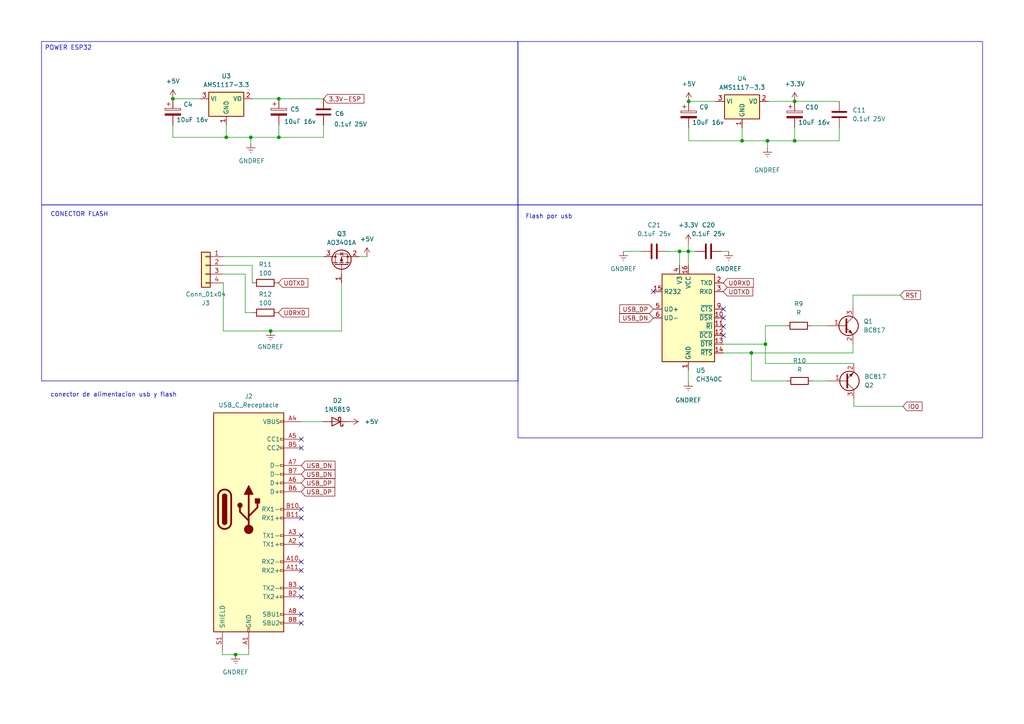
<source format=kicad_sch>
(kicad_sch (version 20230121) (generator eeschema)
  (paper "A4")
  (lib_symbols
    (symbol "Connector:USB_C_Receptacle" (pin_names (offset 1.016))
      (property "Reference" "J" (at -10.16 29.21 0))
      (property "Value" "USB_C_Receptacle" (at 10.16 29.21 0))
      (symbol "USB_C_Receptacle_0_0"
        (rectangle (start -0.254 -35.56) (end 0.254 -34.544))
        (rectangle (start 10.16 -32.766) (end 9.144 -33.274))
        (rectangle (start 10.16 -30.226) (end 9.144 -30.734))
        (rectangle (start 10.16 -25.146) (end 9.144 -25.654))
        (rectangle (start 10.16 -22.606) (end 9.144 -23.114))
        (rectangle (start 10.16 -17.526) (end 9.144 -18.034))
        (rectangle (start 10.16 -14.986) (end 9.144 -15.494))
        (rectangle (start 10.16 -9.906) (end 9.144 -10.414))
        (rectangle (start 10.16 -7.366) (end 9.144 -7.874))
        (rectangle (start 10.16 -2.286) (end 9.144 -2.794))
        (rectangle (start 10.16 0.254) (end 9.144 -0.254))
        (rectangle (start 10.16 5.334) (end 9.144 4.826))
        (rectangle (start 10.16 7.874) (end 9.144 7.366))
        (rectangle (start 10.16 10.414) (end 9.144 9.906))
        (rectangle (start 10.16 12.954) (end 9.144 12.446))
        (rectangle (start 10.16 18.034) (end 9.144 17.526))
        (rectangle (start 10.16 20.574) (end 9.144 20.066))
        (rectangle (start 10.16 25.654) (end 9.144 25.146))
      )
      (symbol "USB_C_Receptacle_0_1"
        (rectangle (start -10.16 27.94) (end 10.16 -35.56) (stroke (width 0.254)) (fill (type background)))
        (arc (start -8.89 -3.81) (mid -6.985 -5.7067) (end -5.08 -3.81) (stroke (width 0.508)))
        (arc (start -7.62 -3.81) (mid -6.985 -4.4423) (end -6.35 -3.81) (stroke (width 0.254)))
        (arc (start -7.62 -3.81) (mid -6.985 -4.4423) (end -6.35 -3.81) (stroke (width 0.254)) (fill (type outline)))
        (rectangle (start -7.62 -3.81) (end -6.35 3.81) (stroke (width 0.254)) (fill (type outline)))
        (arc (start -6.35 3.81) (mid -6.985 4.4423) (end -7.62 3.81) (stroke (width 0.254)))
        (arc (start -6.35 3.81) (mid -6.985 4.4423) (end -7.62 3.81) (stroke (width 0.254)) (fill (type outline)))
        (arc (start -5.08 3.81) (mid -6.985 5.7067) (end -8.89 3.81) (stroke (width 0.508)))
        (polyline (pts (xy -8.89 -3.81) (xy -8.89 3.81)) (stroke (width 0.508)))
        (polyline (pts (xy -5.08 3.81) (xy -5.08 -3.81)) (stroke (width 0.508)))
      )
      (symbol "USB_C_Receptacle_1_1"
        (circle (center -2.54 1.143) (radius 0.635) (stroke (width 0.254)) (fill (type outline)))
        (circle (center 0 -5.842) (radius 1.27) (fill (type outline)))
        (polyline (pts (xy 0 -5.842) (xy 0 4.318)) (stroke (width 0.508)))
        (polyline (pts (xy 0 -3.302) (xy -2.54 -0.762) (xy -2.54 0.508)) (stroke (width 0.508)))
        (polyline (pts (xy 0 -2.032) (xy 2.54 0.508) (xy 2.54 1.778)) (stroke (width 0.508)))
        (polyline (pts (xy -1.27 4.318) (xy 0 6.858) (xy 1.27 4.318) (xy -1.27 4.318)) (stroke (width 0.254)) (fill (type outline)))
        (rectangle (start 1.905 1.778) (end 3.175 3.048) (stroke (width 0.254)) (fill (type outline)))
        (pin passive line (at 0 -40.64 90) (length 5.08) (name "GND") (number "A1"))
        (pin bidirectional line (at 15.24 -15.24 180) (length 5.08) (name "RX2-") (number "A10"))
        (pin bidirectional line (at 15.24 -17.78 180) (length 5.08) (name "RX2+") (number "A11"))
        (pin passive line (at 0 -40.64 90) (length 5.08) hide (name "GND") (number "A12"))
        (pin bidirectional line (at 15.24 -10.16 180) (length 5.08) (name "TX1+") (number "A2"))
        (pin bidirectional line (at 15.24 -7.62 180) (length 5.08) (name "TX1-") (number "A3"))
        (pin passive line (at 15.24 25.4 180) (length 5.08) (name "VBUS") (number "A4"))
        (pin bidirectional line (at 15.24 20.32 180) (length 5.08) (name "CC1") (number "A5"))
        (pin bidirectional line (at 15.24 7.62 180) (length 5.08) (name "D+") (number "A6"))
        (pin bidirectional line (at 15.24 12.7 180) (length 5.08) (name "D-") (number "A7"))
        (pin bidirectional line (at 15.24 -30.48 180) (length 5.08) (name "SBU1") (number "A8"))
        (pin passive line (at 15.24 25.4 180) (length 5.08) hide (name "VBUS") (number "A9"))
        (pin passive line (at 0 -40.64 90) (length 5.08) hide (name "GND") (number "B1"))
        (pin bidirectional line (at 15.24 0 180) (length 5.08) (name "RX1-") (number "B10"))
        (pin bidirectional line (at 15.24 -2.54 180) (length 5.08) (name "RX1+") (number "B11"))
        (pin passive line (at 0 -40.64 90) (length 5.08) hide (name "GND") (number "B12"))
        (pin bidirectional line (at 15.24 -25.4 180) (length 5.08) (name "TX2+") (number "B2"))
        (pin bidirectional line (at 15.24 -22.86 180) (length 5.08) (name "TX2-") (number "B3"))
        (pin passive line (at 15.24 25.4 180) (length 5.08) hide (name "VBUS") (number "B4"))
        (pin bidirectional line (at 15.24 17.78 180) (length 5.08) (name "CC2") (number "B5"))
        (pin bidirectional line (at 15.24 5.08 180) (length 5.08) (name "D+") (number "B6"))
        (pin bidirectional line (at 15.24 10.16 180) (length 5.08) (name "D-") (number "B7"))
        (pin bidirectional line (at 15.24 -33.02 180) (length 5.08) (name "SBU2") (number "B8"))
        (pin passive line (at 15.24 25.4 180) (length 5.08) hide (name "VBUS") (number "B9"))
        (pin passive line (at -7.62 -40.64 90) (length 5.08) (name "SHIELD") (number "S1"))
      )
    )
    (symbol "Connector_Generic:Conn_01x04" (pin_names (offset 1.016) hide)
      (property "Reference" "J" (at 0 5.08 0))
      (property "Value" "Conn_01x04" (at 0 -7.62 0))
      (symbol "Conn_01x04_1_1"
        (rectangle (start -1.27 -4.953) (end 0 -5.207) (stroke (width 0.1524)))
        (rectangle (start -1.27 -2.413) (end 0 -2.667) (stroke (width 0.1524)))
        (rectangle (start -1.27 0.127) (end 0 -0.127) (stroke (width 0.1524)))
        (rectangle (start -1.27 2.667) (end 0 2.413) (stroke (width 0.1524)))
        (rectangle (start -1.27 3.81) (end 1.27 -6.35) (stroke (width 0.254)) (fill (type background)))
        (pin passive line (at -5.08 2.54 0) (length 3.81) (name "Pin_1") (number "1"))
        (pin passive line (at -5.08 0 0) (length 3.81) (name "Pin_2") (number "2"))
        (pin passive line (at -5.08 -2.54 0) (length 3.81) (name "Pin_3") (number "3"))
        (pin passive line (at -5.08 -5.08 0) (length 3.81) (name "Pin_4") (number "4"))
      )
    )
    (symbol "Device:C" (pin_numbers hide) (pin_names (offset 0.254))
      (property "Reference" "C" (at 0.635 2.54 0))
      (property "Value" "C" (at 0.635 -2.54 0))
      (symbol "C_0_1"
        (polyline (pts (xy -2.032 -0.762) (xy 2.032 -0.762)) (stroke (width 0.508)))
        (polyline (pts (xy -2.032 0.762) (xy 2.032 0.762)) (stroke (width 0.508)))
      )
      (symbol "C_1_1"
        (pin passive line (at 0 3.81 270) (length 2.794) (name "~") (number "1"))
        (pin passive line (at 0 -3.81 90) (length 2.794) (name "~") (number "2"))
      )
    )
    (symbol "Device:C_Polarized" (pin_numbers hide) (pin_names (offset 0.254))
      (property "Reference" "C" (at 0.635 2.54 0))
      (property "Value" "C_Polarized" (at 0.635 -2.54 0))
      (symbol "C_Polarized_0_1"
        (rectangle (start -2.286 0.508) (end 2.286 1.016))
        (polyline (pts (xy -1.778 2.286) (xy -0.762 2.286)))
        (polyline (pts (xy -1.27 2.794) (xy -1.27 1.778)))
        (rectangle (start 2.286 -0.508) (end -2.286 -1.016) (fill (type outline)))
      )
      (symbol "C_Polarized_1_1"
        (pin passive line (at 0 3.81 270) (length 2.794) (name "~") (number "1"))
        (pin passive line (at 0 -3.81 90) (length 2.794) (name "~") (number "2"))
      )
    )
    (symbol "Device:R" (pin_numbers hide) (pin_names (offset 0))
      (property "Reference" "R" (at 2.032 0 90))
      (property "Value" "R" (at 0 0 90))
      (symbol "R_0_1"
        (rectangle (start -1.016 -2.54) (end 1.016 2.54) (stroke (width 0.254)))
      )
      (symbol "R_1_1"
        (pin passive line (at 0 3.81 270) (length 1.27) (name "~") (number "1"))
        (pin passive line (at 0 -3.81 90) (length 1.27) (name "~") (number "2"))
      )
    )
    (symbol "Diode:1N5819" (pin_numbers hide) (pin_names (offset 1.016) hide)
      (property "Reference" "D" (at 0 2.54 0))
      (property "Value" "1N5819" (at 0 -2.54 0))
      (symbol "1N5819_0_1"
        (polyline (pts (xy 1.27 0) (xy -1.27 0)))
        (polyline (pts (xy 1.27 1.27) (xy 1.27 -1.27) (xy -1.27 0) (xy 1.27 1.27)) (stroke (width 0.254)))
        (polyline (pts (xy -1.905 0.635) (xy -1.905 1.27) (xy -1.27 1.27) (xy -1.27 -1.27) (xy -0.635 -1.27) (xy -0.635 -0.635)) (stroke (width 0.254)))
      )
      (symbol "1N5819_1_1"
        (pin passive line (at -3.81 0 0) (length 2.54) (name "K") (number "1"))
        (pin passive line (at 3.81 0 180) (length 2.54) (name "A") (number "2"))
      )
    )
    (symbol "Interface_USB:CH340C"
      (property "Reference" "U" (at -5.08 13.97 0))
      (property "Value" "CH340C" (at 1.27 13.97 0))
      (symbol "CH340C_0_1"
        (rectangle (start -7.62 12.7) (end 7.62 -12.7) (stroke (width 0.254)) (fill (type background)))
      )
      (symbol "CH340C_1_1"
        (pin power_in line (at 0 -15.24 90) (length 2.54) (name "GND") (number "1"))
        (pin input line (at 10.16 0 180) (length 2.54) (name "~{DSR}") (number "10"))
        (pin input line (at 10.16 -2.54 180) (length 2.54) (name "~{RI}") (number "11"))
        (pin input line (at 10.16 -5.08 180) (length 2.54) (name "~{DCD}") (number "12"))
        (pin output line (at 10.16 -7.62 180) (length 2.54) (name "~{DTR}") (number "13"))
        (pin output line (at 10.16 -10.16 180) (length 2.54) (name "~{RTS}") (number "14"))
        (pin input line (at -10.16 7.62 0) (length 2.54) (name "R232") (number "15"))
        (pin power_in line (at 0 15.24 270) (length 2.54) (name "VCC") (number "16"))
        (pin output line (at 10.16 10.16 180) (length 2.54) (name "TXD") (number "2"))
        (pin input line (at 10.16 7.62 180) (length 2.54) (name "RXD") (number "3"))
        (pin passive line (at -2.54 15.24 270) (length 2.54) (name "V3") (number "4"))
        (pin bidirectional line (at -10.16 2.54 0) (length 2.54) (name "UD+") (number "5"))
        (pin bidirectional line (at -10.16 0 0) (length 2.54) (name "UD-") (number "6"))
        (pin no_connect line (at -7.62 -7.62 0) (length 2.54) hide (name "NC") (number "7"))
        (pin no_connect line (at -7.62 -10.16 0) (length 2.54) hide (name "NC") (number "8"))
        (pin input line (at 10.16 2.54 180) (length 2.54) (name "~{CTS}") (number "9"))
      )
    )
    (symbol "Regulator_Linear:AMS1117-3.3"
      (property "Reference" "U" (at -3.81 3.175 0))
      (property "Value" "AMS1117-3.3" (at 0 3.175 0))
      (symbol "AMS1117-3.3_0_1"
        (rectangle (start -5.08 -5.08) (end 5.08 1.905) (stroke (width 0.254)) (fill (type background)))
      )
      (symbol "AMS1117-3.3_1_1"
        (pin power_in line (at 0 -7.62 90) (length 2.54) (name "GND") (number "1"))
        (pin power_out line (at 7.62 0 180) (length 2.54) (name "VO") (number "2"))
        (pin power_in line (at -7.62 0 0) (length 2.54) (name "VI") (number "3"))
      )
    )
    (symbol "Transistor_BJT:BC817" (pin_names (offset 0) hide)
      (property "Reference" "Q" (at 5.08 1.905 0))
      (property "Value" "BC817" (at 5.08 0 0))
      (symbol "BC817_0_1"
        (polyline (pts (xy 0.635 0.635) (xy 2.54 2.54)))
        (polyline (pts (xy 0.635 -0.635) (xy 2.54 -2.54) (xy 2.54 -2.54)))
        (polyline (pts (xy 0.635 1.905) (xy 0.635 -1.905) (xy 0.635 -1.905)) (stroke (width 0.508)))
        (polyline (pts (xy 1.27 -1.778) (xy 1.778 -1.27) (xy 2.286 -2.286) (xy 1.27 -1.778) (xy 1.27 -1.778)) (fill (type outline)))
        (circle (center 1.27 0) (radius 2.8194) (stroke (width 0.254)))
      )
      (symbol "BC817_1_1"
        (pin input line (at -5.08 0 0) (length 5.715) (name "B") (number "1"))
        (pin passive line (at 2.54 -5.08 90) (length 2.54) (name "E") (number "2"))
        (pin passive line (at 2.54 5.08 270) (length 2.54) (name "C") (number "3"))
      )
    )
    (symbol "Transistor_FET:AO3401A" (pin_names hide)
      (property "Reference" "Q" (at 5.08 1.905 0))
      (property "Value" "AO3401A" (at 5.08 0 0))
      (symbol "AO3401A_0_1"
        (polyline (pts (xy 0.254 0) (xy -2.54 0)))
        (polyline (pts (xy 0.254 1.905) (xy 0.254 -1.905)) (stroke (width 0.254)))
        (polyline (pts (xy 0.762 -1.27) (xy 0.762 -2.286)) (stroke (width 0.254)))
        (polyline (pts (xy 0.762 0.508) (xy 0.762 -0.508)) (stroke (width 0.254)))
        (polyline (pts (xy 0.762 2.286) (xy 0.762 1.27)) (stroke (width 0.254)))
        (polyline (pts (xy 2.54 2.54) (xy 2.54 1.778)))
        (polyline (pts (xy 2.54 -2.54) (xy 2.54 0) (xy 0.762 0)))
        (polyline (pts (xy 0.762 1.778) (xy 3.302 1.778) (xy 3.302 -1.778) (xy 0.762 -1.778)))
        (polyline (pts (xy 2.286 0) (xy 1.27 0.381) (xy 1.27 -0.381) (xy 2.286 0)) (fill (type outline)))
        (polyline (pts (xy 2.794 -0.508) (xy 2.921 -0.381) (xy 3.683 -0.381) (xy 3.81 -0.254)))
        (polyline (pts (xy 3.302 -0.381) (xy 2.921 0.254) (xy 3.683 0.254) (xy 3.302 -0.381)))
        (circle (center 1.651 0) (radius 2.794) (stroke (width 0.254)))
        (circle (center 2.54 -1.778) (radius 0.254) (fill (type outline)))
        (circle (center 2.54 1.778) (radius 0.254) (fill (type outline)))
      )
      (symbol "AO3401A_1_1"
        (pin input line (at -5.08 0 0) (length 2.54) (name "G") (number "1"))
        (pin passive line (at 2.54 -5.08 90) (length 2.54) (name "S") (number "2"))
        (pin passive line (at 2.54 5.08 270) (length 2.54) (name "D") (number "3"))
      )
    )
    (symbol "power:+3.3V" (power) (pin_names (offset 0))
      (property "Value" "+3.3V" (at 0 3.556 0))
      (symbol "+3.3V_0_1"
        (polyline (pts (xy -0.762 1.27) (xy 0 2.54)))
        (polyline (pts (xy 0 0) (xy 0 2.54)))
        (polyline (pts (xy 0 2.54) (xy 0.762 1.27)))
      )
      (symbol "+3.3V_1_1"
        (pin power_in line (at 0 0 90) (length 0) hide (name "+3.3V") (number "1"))
      )
    )
    (symbol "power:+5V" (power) (pin_names (offset 0))
      (property "Value" "+5V" (at 0 3.556 0))
      (symbol "+5V_0_1"
        (polyline (pts (xy -0.762 1.27) (xy 0 2.54)))
        (polyline (pts (xy 0 0) (xy 0 2.54)))
        (polyline (pts (xy 0 2.54) (xy 0.762 1.27)))
      )
      (symbol "+5V_1_1"
        (pin power_in line (at 0 0 90) (length 0) hide (name "+5V") (number "1"))
      )
    )
    (symbol "power:GNDREF" (power) (pin_names (offset 0))
      (property "Value" "GNDREF" (at 0 -3.81 0))
      (symbol "GNDREF_0_1"
        (polyline (pts (xy -0.635 -1.905) (xy 0.635 -1.905)))
        (polyline (pts (xy -0.127 -2.54) (xy 0.127 -2.54)))
        (polyline (pts (xy 0 -1.27) (xy 0 0)))
        (polyline (pts (xy 1.27 -1.27) (xy -1.27 -1.27)))
      )
      (symbol "GNDREF_1_1"
        (pin power_in line (at 0 0 270) (length 0) hide (name "GNDREF") (number "1"))
      )
    )
  )
  (junction (at 197.104 72.898))
  (junction (at 199.644 72.898))
  (junction (at 65.6336 39.8272))
  (junction (at 217.932 102.362))
  (junction (at 68.326 189.865))
  (junction (at 215.2396 40.8432))
  (junction (at 199.7456 29.4132))
  (junction (at 230.4796 40.8432))
  (junction (at 80.8736 39.8272))
  (junction (at 221.996 99.822))
  (junction (at 78.486 96.012))
  (junction (at 50.1396 28.6512))
  (junction (at 230.4796 29.4132))
  (junction (at 80.8736 28.6512))
  (junction (at 72.7456 39.8272))
  (junction (at 222.6056 40.8432))
  (no_connect (at 87.376 180.721))
  (no_connect (at 87.376 155.321))
  (no_connect (at 189.484 84.582))
  (no_connect (at 87.376 129.921))
  (no_connect (at 87.376 178.181))
  (no_connect (at 87.376 127.381))
  (no_connect (at 209.804 92.202))
  (no_connect (at 87.376 165.481))
  (no_connect (at 87.376 170.561))
  (no_connect (at 87.376 147.701))
  (no_connect (at 209.804 94.742))
  (no_connect (at 209.804 97.282))
  (no_connect (at 87.376 150.241))
  (no_connect (at 87.376 173.101))
  (no_connect (at 209.804 89.662))
  (no_connect (at 87.376 162.941))
  (no_connect (at 87.376 157.861))
  (wire (pts (xy 230.4796 37.0332) (xy 230.4796 40.8432)))
  (wire (pts (xy 71.12 90.678) (xy 73.152 90.678)))
  (wire (pts (xy 243.4336 40.8432) (xy 243.4336 37.0332)))
  (wire (pts (xy 50.1396 39.8272) (xy 65.6336 39.8272)))
  (wire (pts (xy 247.65 117.856) (xy 261.874 117.856)))
  (wire (pts (xy 221.996 105.41) (xy 221.996 99.822)))
  (wire (pts (xy 217.932 102.362) (xy 217.932 110.49)))
  (wire (pts (xy 73.152 76.962) (xy 64.77 76.962)))
  (wire (pts (xy 215.2396 40.8432) (xy 222.6056 40.8432)))
  (wire (pts (xy 197.104 72.898) (xy 199.644 72.898)))
  (wire (pts (xy 50.1396 28.6512) (xy 58.0136 28.6512)))
  (wire (pts (xy 247.65 105.41) (xy 221.996 105.41)))
  (wire (pts (xy 65.6336 36.2712) (xy 65.6336 39.8272)))
  (wire (pts (xy 68.326 189.865) (xy 64.516 189.865)))
  (wire (pts (xy 230.4796 29.4132) (xy 243.4336 29.4132)))
  (wire (pts (xy 217.932 110.49) (xy 228.092 110.49)))
  (wire (pts (xy 222.8596 29.4132) (xy 230.4796 29.4132)))
  (wire (pts (xy 64.77 79.502) (xy 71.12 79.502)))
  (wire (pts (xy 72.7456 39.8272) (xy 80.8736 39.8272)))
  (wire (pts (xy 199.644 72.898) (xy 199.644 76.962)))
  (wire (pts (xy 87.376 122.301) (xy 93.726 122.301)))
  (wire (pts (xy 197.104 76.962) (xy 197.104 72.898)))
  (wire (pts (xy 235.458 94.488) (xy 239.776 94.488)))
  (wire (pts (xy 215.2396 37.0332) (xy 215.2396 40.8432)))
  (wire (pts (xy 199.7456 37.0332) (xy 199.7456 40.8432)))
  (wire (pts (xy 247.396 102.362) (xy 247.396 99.568)))
  (wire (pts (xy 65.6336 39.8272) (xy 72.7456 39.8272)))
  (wire (pts (xy 247.65 115.57) (xy 247.65 117.856)))
  (wire (pts (xy 199.644 107.442) (xy 199.644 110.744)))
  (wire (pts (xy 99.06 96.012) (xy 99.06 82.042)))
  (wire (pts (xy 247.396 89.408) (xy 247.396 85.598)))
  (wire (pts (xy 193.548 72.898) (xy 197.104 72.898)))
  (wire (pts (xy 209.804 99.822) (xy 221.996 99.822)))
  (wire (pts (xy 199.644 70.612) (xy 199.644 72.898)))
  (wire (pts (xy 221.996 94.488) (xy 227.838 94.488)))
  (wire (pts (xy 217.932 102.362) (xy 247.396 102.362)))
  (wire (pts (xy 73.2536 28.6512) (xy 80.8736 28.6512)))
  (wire (pts (xy 180.848 72.898) (xy 185.928 72.898)))
  (wire (pts (xy 222.6056 40.8432) (xy 222.6056 42.8752)))
  (wire (pts (xy 80.8736 28.6512) (xy 93.8276 28.6512)))
  (wire (pts (xy 104.14 74.422) (xy 106.426 74.422)))
  (wire (pts (xy 64.77 96.012) (xy 78.486 96.012)))
  (wire (pts (xy 64.516 188.341) (xy 64.516 189.865)))
  (wire (pts (xy 199.7456 29.4132) (xy 207.6196 29.4132)))
  (wire (pts (xy 80.8736 36.2712) (xy 80.8736 39.8272)))
  (wire (pts (xy 199.7456 40.8432) (xy 215.2396 40.8432)))
  (wire (pts (xy 64.77 82.042) (xy 64.77 96.012)))
  (wire (pts (xy 230.4796 40.8432) (xy 243.4336 40.8432)))
  (wire (pts (xy 221.996 99.822) (xy 221.996 94.488)))
  (wire (pts (xy 73.152 82.042) (xy 73.152 76.962)))
  (wire (pts (xy 222.6056 40.8432) (xy 230.4796 40.8432)))
  (wire (pts (xy 72.7456 39.8272) (xy 72.7456 41.6052)))
  (wire (pts (xy 199.644 72.898) (xy 201.676 72.898)))
  (wire (pts (xy 247.396 85.598) (xy 261.112 85.598)))
  (wire (pts (xy 71.12 79.502) (xy 71.12 90.678)))
  (wire (pts (xy 72.136 188.341) (xy 72.136 189.865)))
  (wire (pts (xy 235.712 110.49) (xy 240.03 110.49)))
  (wire (pts (xy 50.1396 36.2712) (xy 50.1396 39.8272)))
  (wire (pts (xy 209.804 102.362) (xy 217.932 102.362)))
  (wire (pts (xy 78.486 96.012) (xy 99.06 96.012)))
  (wire (pts (xy 72.136 189.865) (xy 68.326 189.865)))
  (wire (pts (xy 80.8736 39.8272) (xy 93.8276 39.8272)))
  (wire (pts (xy 209.296 72.898) (xy 211.328 72.898)))
  (wire (pts (xy 64.77 74.422) (xy 93.98 74.422)))
  (wire (pts (xy 93.8276 39.8272) (xy 93.8276 36.2712)))
  (rectangle (start 150.2156 12.0396) (end 284.988 59.3852))
  (rectangle (start 12.065 59.436) (end 150.241 110.49))
  (rectangle (start 150.241 59.436) (end 284.988 127))
  (text_box "POWER ESP32" (at 12.0396 12.0396 0) (size 138.176 47.3456) (effects (font (size 1.27 1.27)) (justify left top)))
  (text "CONECTOR FLASH" (at 14.605 62.992 0) (effects (font (size 1.27 1.27)) (justify left bottom)))
  (text "Flash por usb\n" (at 152.4 63.627 0) (effects (font (size 1.27 1.27)) (justify left bottom)))
  (text "conector de alimentacion usb y flash" (at 14.605 115.316 0) (effects (font (size 1.27 1.27)) (justify left bottom)))
  (global_label "USB_DP" (shape input) (at 87.376 142.621 0) (property "Intersheetrefs" "${INTERSHEET_REFS}" (effects hide)))
  (global_label "USB_DN" (shape input) (at 87.376 135.001 0) (property "Intersheetrefs" "${INTERSHEET_REFS}" (effects hide)))
  (global_label "IO0" (shape input) (at 261.874 117.856 0) (property "Intersheetrefs" "${INTERSHEET_REFS}" (effects hide)))
  (global_label "USB_DP" (shape input) (at 189.484 89.662 180) (property "Intersheetrefs" "${INTERSHEET_REFS}" (effects hide)))
  (global_label "USB_DN" (shape input) (at 189.484 92.202 180) (property "Intersheetrefs" "${INTERSHEET_REFS}" (effects hide)))
  (global_label "USB_DP" (shape input) (at 87.376 140.081 0) (property "Intersheetrefs" "${INTERSHEET_REFS}" (effects hide)))
  (global_label "U0RXD" (shape input) (at 80.772 90.678 0) (property "Intersheetrefs" "${INTERSHEET_REFS}" (effects hide)))
  (global_label "UOTXD" (shape input) (at 209.804 84.582 0) (property "Intersheetrefs" "${INTERSHEET_REFS}" (effects hide)))
  (global_label "RST" (shape input) (at 261.112 85.598 0) (property "Intersheetrefs" "${INTERSHEET_REFS}" (effects hide)))
  (global_label "U0RXD" (shape input) (at 209.804 82.042 0) (property "Intersheetrefs" "${INTERSHEET_REFS}" (effects hide)))
  (global_label "UOTXD" (shape input) (at 80.772 82.042 0) (property "Intersheetrefs" "${INTERSHEET_REFS}" (effects hide)))
  (global_label "USB_DN" (shape input) (at 87.376 137.541 0) (property "Intersheetrefs" "${INTERSHEET_REFS}" (effects hide)))
  (global_label "3.3V-ESP" (shape input) (at 93.8276 28.6512 0) (property "Intersheetrefs" "${INTERSHEET_REFS}" (effects hide)))
  (symbol (lib_id "power:+5V") (at 50.1396 28.6512 0) (unit 1)
    (property "Reference" "#PWR033" (effects hide))
    (property "Value" "+5V" (at 50.1396 23.5712 0))
  )
  (symbol (lib_id "power:+3.3V") (at 230.4796 29.4132 0) (unit 1)
    (property "Reference" "#PWR035" (effects hide))
    (property "Value" "+3.3V" (at 230.4796 24.3332 0))
  )
  (symbol (lib_id "Connector_Generic:Conn_01x04") (at 59.69 76.962 0) (mirror y) (unit 1)
    (property "Reference" "J3" (at 59.69 87.884 0))
    (property "Value" "Conn_01x04" (at 59.69 85.344 0))
  )
  (symbol (lib_id "Diode:1N5819") (at 97.536 122.301 180) (unit 1)
    (property "Reference" "D2" (at 97.8535 116.205 0))
    (property "Value" "1N5819" (at 97.8535 118.745 0))
    (property "Footprint" "Diode_THT:D_DO-41_SOD81_P10.16mm_Horizontal" (effects hide))
    (property "Datasheet" "http://www.vishay.com/docs/88525/1n5817.pdf" (effects hide))
  )
  (symbol (lib_id "Device:C_Polarized") (at 199.7456 33.2232 0) (unit 1)
    (property "Reference" "C9" (at 202.7936 31.0642 0) (effects (justify left)))
    (property "Value" "10uF 16v" (at 200.7616 35.5092 0) (effects (justify left)))
    (instances (project "iotThermostatRgb" (path "" (reference "C9") (unit 1)) (path "" (reference "C4") (unit 1))))
  )
  (symbol (lib_id "power:+5V") (at 199.7456 29.4132 0) (unit 1)
    (property "Reference" "#PWR034" (effects hide))
    (property "Value" "+5V" (at 199.7456 24.3332 0))
  )
  (symbol (lib_id "power:GNDREF") (at 211.328 72.898 0) (unit 1)
    (property "Reference" "#PWR014" (effects hide))
    (property "Value" "GNDREF" (at 211.328 77.978 0))
  )
  (symbol (lib_id "Device:C") (at 205.486 72.898 90) (unit 1)
    (property "Reference" "C20" (at 205.486 65.278 90))
    (property "Value" "0.1uF 25v" (at 205.486 67.818 90))
  )
  (symbol (lib_id "Regulator_Linear:AMS1117-3.3") (at 65.6336 28.6512 0) (unit 1)
    (property "Reference" "U3" (at 65.6336 22.0472 0))
    (property "Value" "AMS1117-3.3" (at 65.6336 24.5872 0))
    (property "Footprint" "Package_TO_SOT_SMD:SOT-223-3_TabPin2" (effects hide))
    (property "Datasheet" "http://www.advanced-monolithic.com/pdf/ds1117.pdf" (effects hide))
    (instances (project "iotThermostatRgb" (path "" (reference "U3") (unit 1)) (path "" (reference "U4") (unit 1))))
  )
  (symbol (lib_id "power:+5V") (at 101.346 122.301 270) (unit 1)
    (property "Reference" "#PWR030" (effects hide))
    (property "Value" "+5V" (at 105.664 122.301 90) (effects (justify left)))
  )
  (symbol (lib_id "power:GNDREF") (at 199.644 110.744 0) (unit 1)
    (property "Reference" "#PWR015" (effects hide))
    (property "Value" "GNDREF" (at 199.644 116.078 0))
  )
  (symbol (lib_id "Interface_USB:CH340C") (at 199.644 92.202 0) (unit 1)
    (property "Reference" "U5" (at 201.8381 107.442 0) (effects (justify left)))
    (property "Value" "CH340C" (at 201.8381 109.982 0) (effects (justify left)))
    (property "Footprint" "Package_SO:SOIC-16_3.9x9.9mm_P1.27mm" (effects hide))
    (property "Datasheet" "https://datasheet.lcsc.com/szlcsc/Jiangsu-Qin-Heng-CH340C_C84681.pdf" (effects hide))
  )
  (symbol (lib_id "Connector:USB_C_Receptacle") (at 72.136 147.701 0) (unit 1)
    (property "Reference" "J2" (at 72.136 114.935 0))
    (property "Value" "USB_C_Receptacle" (at 72.136 117.475 0))
    (property "Datasheet" "https://www.usb.org/sites/default/files/documents/usb_type-c.zip" (effects hide))
  )
  (symbol (lib_id "Transistor_BJT:BC817") (at 245.11 110.49 0) (mirror x) (unit 1)
    (property "Reference" "Q2" (at 250.698 111.76 0) (effects (justify left)))
    (property "Value" "BC817" (at 250.698 109.22 0) (effects (justify left)))
    (property "Footprint" "Package_TO_SOT_SMD:SOT-23" (effects hide))
    (property "Datasheet" "https://www.onsemi.com/pub/Collateral/BC818-D.pdf" (effects hide))
  )
  (symbol (lib_id "Device:C_Polarized") (at 50.1396 32.4612 0) (unit 1)
    (property "Reference" "C4" (at 53.1876 30.3022 0) (effects (justify left)))
    (property "Value" "10uF 16v" (at 51.1556 34.7472 0) (effects (justify left)))
    (instances (project "iotThermostatRgb" (path "" (reference "C4") (unit 1)) (path "" (reference "C5") (unit 1))))
  )
  (symbol (lib_id "Device:C_Polarized") (at 80.8736 32.4612 0) (unit 1)
    (property "Reference" "C5" (at 84.1756 31.6992 0) (effects (justify left)))
    (property "Value" "10uF 16v" (at 82.3976 35.2552 0) (effects (justify left)))
    (instances (project "iotThermostatRgb" (path "" (reference "C5") (unit 1)) (path "" (reference "C9") (unit 1))))
  )
  (symbol (lib_id "Transistor_FET:AO3401A") (at 99.06 76.962 90) (unit 1)
    (property "Reference" "Q3" (at 99.06 67.818 90))
    (property "Value" "AO3401A" (at 99.06 70.358 90))
    (property "Footprint" "Package_TO_SOT_SMD:SOT-23" (effects hide))
    (property "Datasheet" "http://www.aosmd.com/pdfs/datasheet/AO3401A.pdf" (effects hide))
  )
  (symbol (lib_id "Device:R") (at 76.962 82.042 90) (unit 1)
    (property "Reference" "R11" (at 76.962 76.708 90))
    (property "Value" "100" (at 76.962 79.248 90))
  )
  (symbol (lib_id "Device:C") (at 93.8276 32.4612 180) (unit 1)
    (property "Reference" "C6" (at 97.1296 32.9692 0) (effects (justify right)))
    (property "Value" "0.1uf 25V" (at 96.8756 36.0172 0) (effects (justify right)))
    (instances (project "iotThermostatRgb" (path "" (reference "C6") (unit 1)) (path "" (reference "C11") (unit 1))))
  )
  (symbol (lib_id "Device:C") (at 189.738 72.898 90) (unit 1)
    (property "Reference" "C21" (at 189.738 65.278 90))
    (property "Value" "0.1uF 25v" (at 189.738 67.818 90))
  )
  (symbol (lib_id "power:GNDREF") (at 68.326 189.865 0) (unit 1)
    (property "Reference" "#PWR029" (effects hide))
    (property "Value" "GNDREF" (at 68.326 194.945 0))
  )
  (symbol (lib_id "power:+5V") (at 106.426 74.422 0) (unit 1)
    (property "Reference" "#PWR038" (effects hide))
    (property "Value" "+5V" (at 106.426 69.342 0))
  )
  (symbol (lib_id "power:GNDREF") (at 180.848 72.898 0) (unit 1)
    (property "Reference" "#PWR016" (effects hide))
    (property "Value" "GNDREF" (at 180.848 77.978 0))
  )
  (symbol (lib_id "power:GNDREF") (at 72.7456 41.6052 0) (unit 1)
    (property "Reference" "#PWR010" (effects hide))
    (property "Value" "GNDREF" (at 72.9996 46.6852 0))
  )
  (symbol (lib_id "power:GNDREF") (at 222.6056 42.8752 0) (unit 1)
    (property "Reference" "#PWR09" (effects hide))
    (property "Value" "GNDREF" (at 222.504 49.3268 0))
  )
  (symbol (lib_id "power:+3.3V") (at 199.644 70.612 0) (unit 1)
    (property "Reference" "#PWR013" (effects hide))
    (property "Value" "+3.3V" (at 199.644 65.278 0))
  )
  (symbol (lib_id "Device:C_Polarized") (at 230.4796 33.2232 0) (unit 1)
    (property "Reference" "C10" (at 233.5276 31.0642 0) (effects (justify left)))
    (property "Value" "10uF 16v" (at 231.4956 35.5092 0) (effects (justify left)))
    (instances (project "iotThermostatRgb" (path "" (reference "C10") (unit 1)) (path "" (reference "C6") (unit 1))))
  )
  (symbol (lib_id "Device:R") (at 231.648 94.488 90) (unit 1)
    (property "Reference" "R9" (at 231.648 88.138 90))
    (property "Value" "R" (at 231.648 90.678 90))
  )
  (symbol (lib_id "Device:R") (at 231.902 110.49 90) (unit 1)
    (property "Reference" "R10" (at 231.902 104.648 90))
    (property "Value" "R" (at 231.902 107.188 90))
  )
  (symbol (lib_id "Regulator_Linear:AMS1117-3.3") (at 215.2396 29.4132 0) (unit 1)
    (property "Reference" "U4" (at 215.2396 22.8092 0))
    (property "Value" "AMS1117-3.3" (at 215.2396 25.3492 0))
    (property "Footprint" "Package_TO_SOT_SMD:SOT-223-3_TabPin2" (effects hide))
    (property "Datasheet" "http://www.advanced-monolithic.com/pdf/ds1117.pdf" (effects hide))
    (instances (project "iotThermostatRgb" (path "" (reference "U4") (unit 1)) (path "" (reference "U3") (unit 1))))
  )
  (symbol (lib_id "Device:R") (at 76.962 90.678 90) (unit 1)
    (property "Reference" "R12" (at 76.962 85.344 90))
    (property "Value" "100" (at 76.962 87.884 90))
  )
  (symbol (lib_id "Transistor_BJT:BC817") (at 244.856 94.488 0) (unit 1)
    (property "Reference" "Q1" (at 250.444 93.218 0) (effects (justify left)))
    (property "Value" "BC817" (at 250.444 95.758 0) (effects (justify left)))
    (property "Footprint" "Package_TO_SOT_SMD:SOT-23" (effects hide))
    (property "Datasheet" "https://www.onsemi.com/pub/Collateral/BC818-D.pdf" (effects hide))
  )
  (symbol (lib_id "power:GNDREF") (at 78.486 96.012 0) (unit 1)
    (property "Reference" "#PWR037" (effects hide))
    (property "Value" "GNDREF" (at 78.486 100.584 0))
  )
  (symbol (lib_id "Device:C") (at 243.4336 33.2232 180) (unit 1)
    (property "Reference" "C11" (at 247.2436 31.9532 0) (effects (justify right)))
    (property "Value" "0.1uf 25V" (at 247.2436 34.4932 0) (effects (justify right)))
    (instances (project "iotThermostatRgb" (path "" (reference "C11") (unit 1)) (path "" (reference "C10") (unit 1))))
  )
)
</source>
